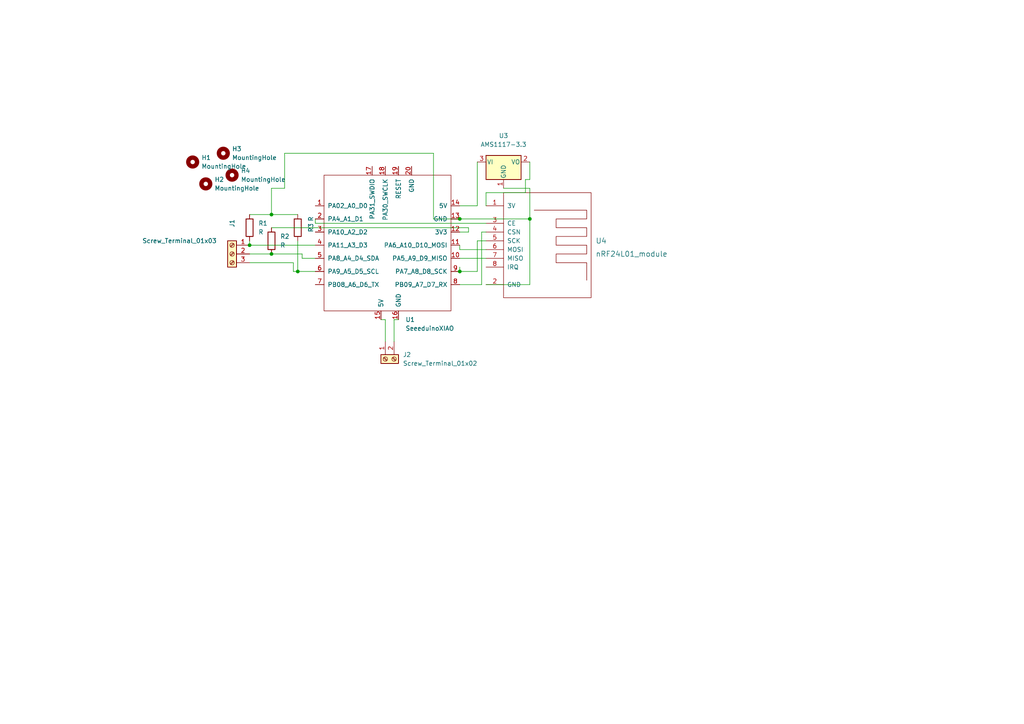
<source format=kicad_sch>
(kicad_sch (version 20211123) (generator eeschema)
  (paper "A4")
  (lib_symbols
    (symbol "Connector:Screw_Terminal_01x02" (pin_names (offset 1.016) hide)
      (property "Reference" "J" (at 0 2.54 0))
      (property "Value" "Screw_Terminal_01x02" (at 0 -5.08 0))
      (symbol "Screw_Terminal_01x02_1_1"
        (rectangle (start -1.27 1.27) (end 1.27 -3.81) (stroke (width 0.254)) (fill (type background)))
        (circle (center 0 -2.54) (radius 0.635) (stroke (width 0.1524)))
        (polyline (pts (xy -0.5334 -2.2098) (xy 0.3302 -3.048)) (stroke (width 0.1524)))
        (polyline (pts (xy -0.5334 0.3302) (xy 0.3302 -0.508)) (stroke (width 0.1524)))
        (polyline (pts (xy -0.3556 -2.032) (xy 0.508 -2.8702)) (stroke (width 0.1524)))
        (polyline (pts (xy -0.3556 0.508) (xy 0.508 -0.3302)) (stroke (width 0.1524)))
        (circle (center 0 0) (radius 0.635) (stroke (width 0.1524)))
        (pin passive line (at -5.08 0 0) (length 3.81) (name "Pin_1") (number "1"))
        (pin passive line (at -5.08 -2.54 0) (length 3.81) (name "Pin_2") (number "2"))
      )
    )
    (symbol "Connector:Screw_Terminal_01x03" (pin_names (offset 1.016) hide)
      (property "Reference" "J" (at 0 5.08 0))
      (property "Value" "Screw_Terminal_01x03" (at 0 -5.08 0))
      (symbol "Screw_Terminal_01x03_1_1"
        (rectangle (start -1.27 3.81) (end 1.27 -3.81) (stroke (width 0.254)) (fill (type background)))
        (circle (center 0 -2.54) (radius 0.635) (stroke (width 0.1524)))
        (polyline (pts (xy -0.5334 -2.2098) (xy 0.3302 -3.048)) (stroke (width 0.1524)))
        (polyline (pts (xy -0.5334 0.3302) (xy 0.3302 -0.508)) (stroke (width 0.1524)))
        (polyline (pts (xy -0.5334 2.8702) (xy 0.3302 2.032)) (stroke (width 0.1524)))
        (polyline (pts (xy -0.3556 -2.032) (xy 0.508 -2.8702)) (stroke (width 0.1524)))
        (polyline (pts (xy -0.3556 0.508) (xy 0.508 -0.3302)) (stroke (width 0.1524)))
        (polyline (pts (xy -0.3556 3.048) (xy 0.508 2.2098)) (stroke (width 0.1524)))
        (circle (center 0 0) (radius 0.635) (stroke (width 0.1524)))
        (circle (center 0 2.54) (radius 0.635) (stroke (width 0.1524)))
        (pin passive line (at -5.08 2.54 0) (length 3.81) (name "Pin_1") (number "1"))
        (pin passive line (at -5.08 0 0) (length 3.81) (name "Pin_2") (number "2"))
        (pin passive line (at -5.08 -2.54 0) (length 3.81) (name "Pin_3") (number "3"))
      )
    )
    (symbol "Device:R" (pin_numbers hide) (pin_names (offset 0))
      (property "Reference" "R" (at 2.032 0 90))
      (property "Value" "R" (at 0 0 90))
      (symbol "R_0_1"
        (rectangle (start -1.016 -2.54) (end 1.016 2.54) (stroke (width 0.254)))
      )
      (symbol "R_1_1"
        (pin passive line (at 0 3.81 270) (length 1.27) (name "~") (number "1"))
        (pin passive line (at 0 -3.81 90) (length 1.27) (name "~") (number "2"))
      )
    )
    (symbol "Mechanical:MountingHole" (pin_names (offset 1.016))
      (property "Reference" "H" (at 0 5.08 0))
      (property "Value" "MountingHole" (at 0 3.175 0))
      (symbol "MountingHole_0_1"
        (circle (center 0 0) (radius 1.27) (stroke (width 1.27)))
      )
    )
    (symbol "Regulator_Linear:AMS1117-3.3" (pin_names (offset 0.254))
      (property "Reference" "U" (at -3.81 3.175 0))
      (property "Value" "AMS1117-3.3" (at 0 3.175 0))
      (symbol "AMS1117-3.3_0_1"
        (rectangle (start -5.08 -5.08) (end 5.08 1.905) (stroke (width 0.254)) (fill (type background)))
      )
      (symbol "AMS1117-3.3_1_1"
        (pin power_in line (at 0 -7.62 90) (length 2.54) (name "GND") (number "1"))
        (pin power_out line (at 7.62 0 180) (length 2.54) (name "VO") (number "2"))
        (pin power_in line (at -7.62 0 0) (length 2.54) (name "VI") (number "3"))
      )
    )
    (symbol "nrf24smd:nRF24L01_module" (pin_names (offset 1.016))
      (property "Reference" "U" (at -11.43 16.51 0))
      (property "Value" "nRF24L01_module" (at 11.43 -16.51 0))
      (symbol "nRF24L01_module_0_1"
        (rectangle (start -12.7 15.24) (end 12.7 -15.24))
        (polyline (pts (xy -3.81 10.16) (xy 11.43 10.16) (xy 11.43 7.62) (xy 2.54 7.62) (xy 2.54 5.08) (xy 11.43 5.08) (xy 11.43 2.54) (xy 2.54 2.54) (xy 2.54 0) (xy 11.43 0) (xy 11.43 -2.54) (xy 2.54 -2.54) (xy 2.54 -5.08) (xy 11.43 -5.08) (xy 11.43 -10.16)))
      )
      (symbol "nRF24L01_module_1_1"
        (pin power_in line (at -17.78 11.43 0) (length 5.08) (name "3V") (number "1"))
        (pin power_in line (at -17.78 -11.43 0) (length 5.08) (name "GND") (number "2"))
        (pin input line (at -17.78 6.35 0) (length 5.08) (name "CE") (number "3"))
        (pin input line (at -17.78 3.81 0) (length 5.08) (name "CSN") (number "4"))
        (pin input line (at -17.78 1.27 0) (length 5.08) (name "SCK") (number "5"))
        (pin output line (at -17.78 -1.27 0) (length 5.08) (name "MOSI") (number "6"))
        (pin input line (at -17.78 -3.81 0) (length 5.08) (name "MISO") (number "7"))
        (pin bidirectional line (at -17.78 -6.35 0) (length 5.08) (name "IRQ") (number "8"))
      )
    )
    (symbol "seeed:SeeeduinoXIAO" (pin_names (offset 1.016))
      (property "Reference" "U" (at -19.05 22.86 0))
      (property "Value" "SeeeduinoXIAO" (at -12.7 21.59 0))
      (symbol "SeeeduinoXIAO_0_1"
        (rectangle (start -19.05 20.32) (end 17.78 -19.05))
      )
      (symbol "SeeeduinoXIAO_1_1"
        (pin unspecified line (at -21.59 11.43 0) (length 2.54) (name "PA02_A0_D0") (number "1"))
        (pin unspecified line (at 20.32 -3.81 180) (length 2.54) (name "PA5_A9_D9_MISO") (number "10"))
        (pin unspecified line (at 20.32 0 180) (length 2.54) (name "PA6_A10_D10_MOSI") (number "11"))
        (pin unspecified line (at 20.32 3.81 180) (length 2.54) (name "3V3") (number "12"))
        (pin unspecified line (at 20.32 7.62 180) (length 2.54) (name "GND") (number "13"))
        (pin unspecified line (at 20.32 11.43 180) (length 2.54) (name "5V") (number "14"))
        (pin input line (at -2.54 -21.59 90) (length 2.54) (name "5V") (number "15"))
        (pin input line (at 2.54 -21.59 90) (length 2.54) (name "GND") (number "16"))
        (pin input line (at -5.08 22.86 270) (length 2.54) (name "PA31_SWDIO") (number "17"))
        (pin input line (at -1.27 22.86 270) (length 2.54) (name "PA30_SWCLK") (number "18"))
        (pin input line (at 2.54 22.86 270) (length 2.54) (name "RESET") (number "19"))
        (pin unspecified line (at -21.59 7.62 0) (length 2.54) (name "PA4_A1_D1") (number "2"))
        (pin input line (at 6.35 22.86 270) (length 2.54) (name "GND") (number "20"))
        (pin unspecified line (at -21.59 3.81 0) (length 2.54) (name "PA10_A2_D2") (number "3"))
        (pin unspecified line (at -21.59 0 0) (length 2.54) (name "PA11_A3_D3") (number "4"))
        (pin unspecified line (at -21.59 -3.81 0) (length 2.54) (name "PA8_A4_D4_SDA") (number "5"))
        (pin unspecified line (at -21.59 -7.62 0) (length 2.54) (name "PA9_A5_D5_SCL") (number "6"))
        (pin unspecified line (at -21.59 -11.43 0) (length 2.54) (name "PB08_A6_D6_TX") (number "7"))
        (pin unspecified line (at 20.32 -11.43 180) (length 2.54) (name "PB09_A7_D7_RX") (number "8"))
        (pin unspecified line (at 20.32 -7.62 180) (length 2.54) (name "PA7_A8_D8_SCK") (number "9"))
      )
    )
  )
  (junction (at 133.35 78.74))
  (junction (at 133.35 63.5))
  (junction (at 86.36 78.74))
  (junction (at 78.74 62.23))
  (junction (at 78.74 73.66))
  (junction (at 72.39 71.12))
  (junction (at 153.67 63.5))
  (wire (pts (xy 133.35 63.5) (xy 153.67 63.5)))
  (wire (pts (xy 135.89 66.04) (xy 135.89 67.31)))
  (wire (pts (xy 78.74 54.61) (xy 82.55 54.61)))
  (wire (pts (xy 115.57 92.71) (xy 114.3 92.71)))
  (wire (pts (xy 72.39 62.23) (xy 78.74 62.23)))
  (wire (pts (xy 125.73 63.5) (xy 133.35 63.5)))
  (wire (pts (xy 72.39 71.12) (xy 91.44 71.12)))
  (wire (pts (xy 110.49 92.71) (xy 111.76 92.71)))
  (wire (pts (xy 140.97 55.88) (xy 140.97 59.69)))
  (wire (pts (xy 153.67 82.55) (xy 153.67 63.5)))
  (wire (pts (xy 85.09 76.2) (xy 85.09 78.74)))
  (wire (pts (xy 139.7 82.55) (xy 133.35 82.55)))
  (wire (pts (xy 138.43 59.69) (xy 133.35 59.69)))
  (wire (pts (xy 91.44 64.77) (xy 91.44 63.5)))
  (wire (pts (xy 138.43 46.99) (xy 138.43 59.69)))
  (wire (pts (xy 153.67 54.61) (xy 146.05 54.61)))
  (wire (pts (xy 111.76 92.71) (xy 111.76 99.06)))
  (wire (pts (xy 87.63 74.93) (xy 91.44 74.93)))
  (wire (pts (xy 139.7 67.31) (xy 139.7 82.55)))
  (wire (pts (xy 125.73 44.45) (xy 125.73 63.5)))
  (wire (pts (xy 114.3 92.71) (xy 114.3 99.06)))
  (wire (pts (xy 140.97 72.39) (xy 133.35 72.39)))
  (wire (pts (xy 82.55 44.45) (xy 125.73 44.45)))
  (wire (pts (xy 140.97 67.31) (xy 139.7 67.31)))
  (wire (pts (xy 153.67 46.99) (xy 153.67 52.07)))
  (wire (pts (xy 152.4 52.07) (xy 152.4 55.88)))
  (wire (pts (xy 72.39 69.85) (xy 72.39 71.12)))
  (wire (pts (xy 78.74 73.66) (xy 87.63 73.66)))
  (wire (pts (xy 133.35 77.47) (xy 133.35 78.74)))
  (wire (pts (xy 133.35 72.39) (xy 133.35 71.12)))
  (wire (pts (xy 133.35 74.93) (xy 140.97 74.93)))
  (wire (pts (xy 87.63 73.66) (xy 87.63 74.93)))
  (wire (pts (xy 153.67 52.07) (xy 152.4 52.07)))
  (wire (pts (xy 78.74 62.23) (xy 86.36 62.23)))
  (wire (pts (xy 82.55 44.45) (xy 82.55 54.61)))
  (wire (pts (xy 153.67 54.61) (xy 153.67 63.5)))
  (wire (pts (xy 133.35 67.31) (xy 135.89 67.31)))
  (wire (pts (xy 86.36 69.85) (xy 86.36 78.74)))
  (wire (pts (xy 140.97 69.85) (xy 138.43 69.85)))
  (wire (pts (xy 72.39 73.66) (xy 78.74 73.66)))
  (wire (pts (xy 85.09 78.74) (xy 86.36 78.74)))
  (wire (pts (xy 72.39 76.2) (xy 85.09 76.2)))
  (wire (pts (xy 152.4 55.88) (xy 140.97 55.88)))
  (wire (pts (xy 140.97 82.55) (xy 153.67 82.55)))
  (wire (pts (xy 78.74 66.04) (xy 135.89 66.04)))
  (wire (pts (xy 133.35 78.74) (xy 138.43 78.74)))
  (wire (pts (xy 86.36 78.74) (xy 91.44 78.74)))
  (wire (pts (xy 138.43 69.85) (xy 138.43 78.74)))
  (wire (pts (xy 91.44 64.77) (xy 140.97 64.77)))
  (wire (pts (xy 78.74 62.23) (xy 78.74 54.61)))
  (symbol (lib_id "Connector:Screw_Terminal_01x03") (at 67.31 73.66 0) (mirror y) (unit 1)
    (property "Reference" "J1" (at 67.31 64.77 90))
    (property "Value" "Screw_Terminal_01x03" (at 52.07 69.85 0))
    (property "Footprint" "TerminalBlock:TerminalBlock_bornier-3_P5.08mm" (effects hide))
  )
  (symbol (lib_id "nrf24smd:nRF24L01_module") (at 158.75 71.12 0) (unit 1)
    (property "Reference" "U4" (at 172.72 69.85 0) (effects (font (size 1.524 1.524)) (justify left)))
    (property "Value" "nRF24L01_module" (at 172.72 73.66 0) (effects (font (size 1.524 1.524)) (justify left)))
    (property "Footprint" "nrf24smd:NRF24L01-Module-SMD" (effects hide))
  )
  (symbol (lib_id "Mechanical:MountingHole") (at 59.69 53.34 0) (unit 1)
    (property "Reference" "H2" (at 62.23 52.0699 0) (effects (justify left)))
    (property "Value" "MountingHole" (at 62.23 54.6099 0) (effects (justify left)))
    (property "Footprint" "MountingHole:MountingHole_3.2mm_M3" (effects hide))
  )
  (symbol (lib_id "Device:R") (at 72.39 66.04 0) (unit 1)
    (property "Reference" "R1" (at 74.93 64.7699 0) (effects (justify left)))
    (property "Value" "R" (at 74.93 67.3099 0) (effects (justify left)))
    (property "Footprint" "Resistor_THT:R_Axial_DIN0207_L6.3mm_D2.5mm_P7.62mm_Horizontal" (effects hide))
  )
  (symbol (lib_id "Mechanical:MountingHole") (at 55.88 46.99 0) (unit 1)
    (property "Reference" "H1" (at 58.42 45.7199 0) (effects (justify left)))
    (property "Value" "MountingHole" (at 58.42 48.2599 0) (effects (justify left)))
    (property "Footprint" "MountingHole:MountingHole_3.2mm_M3" (effects hide))
  )
  (symbol (lib_id "Mechanical:MountingHole") (at 67.31 50.8 0) (unit 1)
    (property "Reference" "H4" (at 69.85 49.5299 0) (effects (justify left)))
    (property "Value" "MountingHole" (at 69.85 52.0699 0) (effects (justify left)))
    (property "Footprint" "MountingHole:MountingHole_3.2mm_M3" (effects hide))
  )
  (symbol (lib_id "Mechanical:MountingHole") (at 64.77 44.45 0) (unit 1)
    (property "Reference" "H3" (at 67.31 43.1799 0) (effects (justify left)))
    (property "Value" "MountingHole" (at 67.31 45.7199 0) (effects (justify left)))
    (property "Footprint" "MountingHole:MountingHole_3.2mm_M3" (effects hide))
  )
  (symbol (lib_id "seeed:SeeeduinoXIAO") (at 113.03 71.12 0) (unit 1)
    (property "Reference" "U1" (at 117.5894 92.71 0) (effects (justify left)))
    (property "Value" "SeeeduinoXIAO" (at 117.5894 95.25 0) (effects (justify left)))
    (property "Footprint" "seeed:Seeeduino XIAO-MOUDLE14P-2.54-21X17.8MM" (effects hide))
  )
  (symbol (lib_id "Device:R") (at 86.36 66.04 180) (unit 1)
    (property "Reference" "R3" (at 90.17 66.04 90))
    (property "Value" "R" (at 90.17 63.5 90))
    (property "Footprint" "Resistor_THT:R_Axial_DIN0207_L6.3mm_D2.5mm_P7.62mm_Horizontal" (effects hide))
  )
  (symbol (lib_id "Regulator_Linear:AMS1117-3.3") (at 146.05 46.99 0) (unit 1)
    (property "Reference" "U3" (at 146.05 39.37 0))
    (property "Value" "AMS1117-3.3" (at 146.05 41.91 0))
    (property "Footprint" "Package_TO_SOT_SMD:SOT-223-3_TabPin2" (effects hide))
    (property "Datasheet" "http://www.advanced-monolithic.com/pdf/ds1117.pdf" (effects hide))
  )
  (symbol (lib_id "Connector:Screw_Terminal_01x02") (at 111.76 104.14 90) (mirror x) (unit 1)
    (property "Reference" "J2" (at 116.84 102.8699 90) (effects (justify right)))
    (property "Value" "Screw_Terminal_01x02" (at 116.84 105.4099 90) (effects (justify right)))
    (property "Footprint" "TerminalBlock:TerminalBlock_bornier-2_P5.08mm" (effects hide))
  )
  (symbol (lib_id "Device:R") (at 78.74 69.85 180) (unit 1)
    (property "Reference" "R2" (at 81.28 68.5799 0) (effects (justify right)))
    (property "Value" "R" (at 81.28 71.1199 0) (effects (justify right)))
    (property "Footprint" "Resistor_THT:R_Axial_DIN0207_L6.3mm_D2.5mm_P7.62mm_Horizontal" (effects hide))
  )
)
</source>
